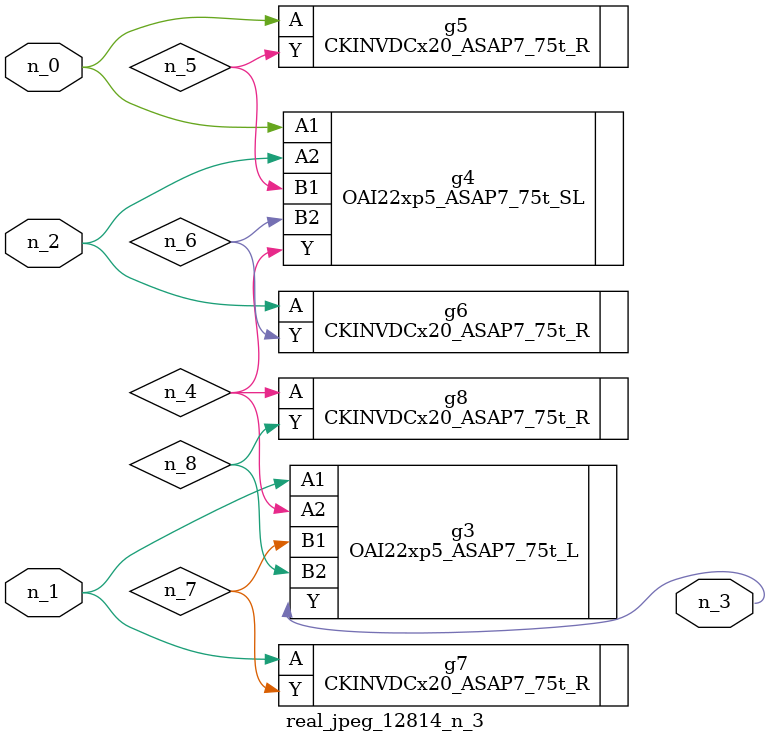
<source format=v>
module real_jpeg_12814_n_3 (n_1, n_0, n_2, n_3);

input n_1;
input n_0;
input n_2;

output n_3;

wire n_5;
wire n_4;
wire n_8;
wire n_6;
wire n_7;

OAI22xp5_ASAP7_75t_SL g4 ( 
.A1(n_0),
.A2(n_2),
.B1(n_5),
.B2(n_6),
.Y(n_4)
);

CKINVDCx20_ASAP7_75t_R g5 ( 
.A(n_0),
.Y(n_5)
);

OAI22xp5_ASAP7_75t_L g3 ( 
.A1(n_1),
.A2(n_4),
.B1(n_7),
.B2(n_8),
.Y(n_3)
);

CKINVDCx20_ASAP7_75t_R g7 ( 
.A(n_1),
.Y(n_7)
);

CKINVDCx20_ASAP7_75t_R g6 ( 
.A(n_2),
.Y(n_6)
);

CKINVDCx20_ASAP7_75t_R g8 ( 
.A(n_4),
.Y(n_8)
);


endmodule
</source>
